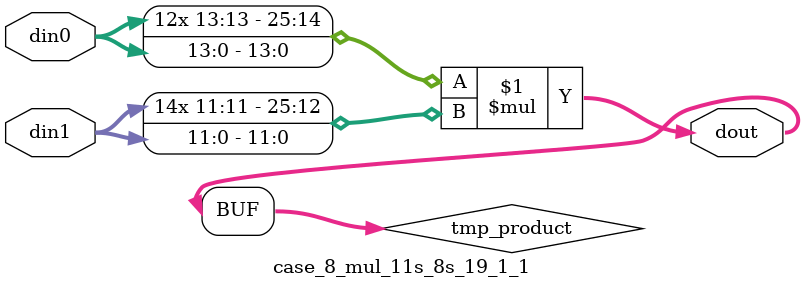
<source format=v>

`timescale 1 ns / 1 ps

 (* use_dsp = "no" *)  module case_8_mul_11s_8s_19_1_1(din0, din1, dout);
parameter ID = 1;
parameter NUM_STAGE = 0;
parameter din0_WIDTH = 14;
parameter din1_WIDTH = 12;
parameter dout_WIDTH = 26;

input [din0_WIDTH - 1 : 0] din0; 
input [din1_WIDTH - 1 : 0] din1; 
output [dout_WIDTH - 1 : 0] dout;

wire signed [dout_WIDTH - 1 : 0] tmp_product;



























assign tmp_product = $signed(din0) * $signed(din1);








assign dout = tmp_product;





















endmodule

</source>
